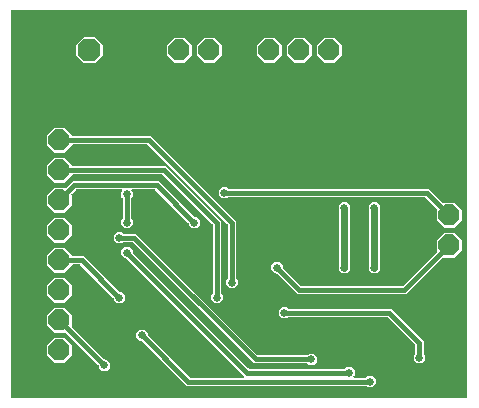
<source format=gbl>
G04 EAGLE Gerber RS-274X export*
G75*
%MOMM*%
%FSLAX34Y34*%
%LPD*%
%INBottom Copper*%
%IPPOS*%
%AMOC8*
5,1,8,0,0,1.08239X$1,22.5*%
G01*
%ADD10P,1.924489X8X22.500000*%
%ADD11P,1.924489X8X112.500000*%
%ADD12P,2.089446X8X202.500000*%
%ADD13C,0.654000*%
%ADD14C,0.406400*%
%ADD15C,0.609600*%

G36*
X389148Y3814D02*
X389148Y3814D01*
X389167Y3812D01*
X389269Y3834D01*
X389371Y3850D01*
X389388Y3860D01*
X389408Y3864D01*
X389497Y3917D01*
X389588Y3966D01*
X389602Y3980D01*
X389619Y3990D01*
X389686Y4069D01*
X389758Y4144D01*
X389766Y4162D01*
X389779Y4177D01*
X389818Y4273D01*
X389861Y4367D01*
X389863Y4387D01*
X389871Y4405D01*
X389889Y4572D01*
X389889Y331978D01*
X389886Y331998D01*
X389888Y332017D01*
X389866Y332119D01*
X389850Y332221D01*
X389840Y332238D01*
X389836Y332258D01*
X389783Y332347D01*
X389734Y332438D01*
X389720Y332452D01*
X389710Y332469D01*
X389631Y332536D01*
X389556Y332608D01*
X389538Y332616D01*
X389523Y332629D01*
X389427Y332668D01*
X389333Y332711D01*
X389313Y332713D01*
X389295Y332721D01*
X389128Y332739D01*
X4572Y332739D01*
X4552Y332736D01*
X4533Y332738D01*
X4431Y332716D01*
X4329Y332700D01*
X4312Y332690D01*
X4292Y332686D01*
X4203Y332633D01*
X4112Y332584D01*
X4098Y332570D01*
X4081Y332560D01*
X4014Y332481D01*
X3942Y332406D01*
X3934Y332388D01*
X3921Y332373D01*
X3882Y332277D01*
X3839Y332183D01*
X3837Y332163D01*
X3829Y332145D01*
X3811Y331978D01*
X3811Y4572D01*
X3814Y4552D01*
X3812Y4533D01*
X3834Y4431D01*
X3850Y4329D01*
X3860Y4312D01*
X3864Y4292D01*
X3917Y4203D01*
X3966Y4112D01*
X3980Y4098D01*
X3990Y4081D01*
X4069Y4014D01*
X4144Y3942D01*
X4162Y3934D01*
X4177Y3921D01*
X4273Y3882D01*
X4367Y3839D01*
X4387Y3837D01*
X4405Y3829D01*
X4572Y3811D01*
X389128Y3811D01*
X389148Y3814D01*
G37*
%LPC*%
G36*
X305354Y12985D02*
X305354Y12985D01*
X304339Y14000D01*
X304265Y14053D01*
X304196Y14113D01*
X304165Y14125D01*
X304139Y14144D01*
X304052Y14171D01*
X303967Y14205D01*
X303926Y14209D01*
X303904Y14216D01*
X303872Y14215D01*
X303801Y14223D01*
X152197Y14223D01*
X114288Y52132D01*
X114214Y52185D01*
X114144Y52245D01*
X114114Y52257D01*
X114088Y52276D01*
X114001Y52303D01*
X113916Y52337D01*
X113875Y52341D01*
X113853Y52348D01*
X113821Y52347D01*
X113749Y52355D01*
X112314Y52355D01*
X109505Y55164D01*
X109505Y59136D01*
X112314Y61945D01*
X116286Y61945D01*
X119095Y59136D01*
X119095Y57701D01*
X119109Y57610D01*
X119117Y57520D01*
X119129Y57490D01*
X119134Y57458D01*
X119177Y57377D01*
X119213Y57293D01*
X119239Y57261D01*
X119250Y57240D01*
X119273Y57218D01*
X119318Y57162D01*
X154920Y21560D01*
X154994Y21507D01*
X155064Y21447D01*
X155094Y21435D01*
X155120Y21416D01*
X155207Y21389D01*
X155292Y21355D01*
X155333Y21351D01*
X155355Y21344D01*
X155387Y21345D01*
X155459Y21337D01*
X200395Y21337D01*
X200466Y21348D01*
X200538Y21350D01*
X200587Y21368D01*
X200638Y21376D01*
X200702Y21410D01*
X200769Y21435D01*
X200810Y21467D01*
X200856Y21492D01*
X200905Y21544D01*
X200961Y21588D01*
X200989Y21632D01*
X201025Y21670D01*
X201055Y21735D01*
X201094Y21795D01*
X201107Y21846D01*
X201129Y21893D01*
X201137Y21964D01*
X201154Y22034D01*
X201150Y22086D01*
X201156Y22137D01*
X201140Y22208D01*
X201135Y22279D01*
X201115Y22327D01*
X201103Y22378D01*
X201067Y22439D01*
X201039Y22505D01*
X200994Y22561D01*
X200977Y22589D01*
X200959Y22604D01*
X200934Y22636D01*
X199420Y24150D01*
X101588Y121982D01*
X101514Y122035D01*
X101444Y122095D01*
X101414Y122107D01*
X101388Y122126D01*
X101301Y122153D01*
X101216Y122187D01*
X101175Y122191D01*
X101153Y122198D01*
X101121Y122197D01*
X101049Y122205D01*
X99614Y122205D01*
X96805Y125014D01*
X96805Y128986D01*
X99614Y131795D01*
X103586Y131795D01*
X106395Y128986D01*
X106395Y127551D01*
X106409Y127460D01*
X106417Y127370D01*
X106429Y127340D01*
X106434Y127308D01*
X106477Y127227D01*
X106513Y127143D01*
X106539Y127111D01*
X106550Y127090D01*
X106573Y127068D01*
X106618Y127012D01*
X204450Y29180D01*
X204524Y29127D01*
X204594Y29067D01*
X204624Y29055D01*
X204650Y29036D01*
X204737Y29009D01*
X204822Y28975D01*
X204863Y28971D01*
X204885Y28964D01*
X204917Y28965D01*
X204989Y28957D01*
X286021Y28957D01*
X286111Y28971D01*
X286202Y28979D01*
X286231Y28991D01*
X286263Y28996D01*
X286344Y29039D01*
X286428Y29075D01*
X286460Y29101D01*
X286481Y29112D01*
X286503Y29135D01*
X286559Y29180D01*
X287574Y30195D01*
X291546Y30195D01*
X294355Y27386D01*
X294355Y23414D01*
X293577Y22636D01*
X293535Y22578D01*
X293486Y22526D01*
X293464Y22479D01*
X293433Y22437D01*
X293412Y22368D01*
X293382Y22303D01*
X293376Y22251D01*
X293361Y22201D01*
X293363Y22130D01*
X293355Y22059D01*
X293366Y22008D01*
X293367Y21956D01*
X293392Y21888D01*
X293407Y21818D01*
X293434Y21773D01*
X293452Y21725D01*
X293497Y21669D01*
X293534Y21607D01*
X293573Y21573D01*
X293606Y21533D01*
X293666Y21494D01*
X293720Y21447D01*
X293769Y21428D01*
X293813Y21400D01*
X293882Y21382D01*
X293949Y21355D01*
X294020Y21347D01*
X294051Y21339D01*
X294074Y21341D01*
X294115Y21337D01*
X303801Y21337D01*
X303891Y21351D01*
X303982Y21359D01*
X304011Y21371D01*
X304043Y21376D01*
X304124Y21419D01*
X304208Y21455D01*
X304240Y21481D01*
X304261Y21492D01*
X304283Y21515D01*
X304339Y21560D01*
X305354Y22575D01*
X309326Y22575D01*
X312135Y19766D01*
X312135Y15794D01*
X309326Y12985D01*
X305354Y12985D01*
G37*
%LPD*%
%LPC*%
G36*
X188514Y96805D02*
X188514Y96805D01*
X185705Y99614D01*
X185705Y103586D01*
X186720Y104601D01*
X186773Y104675D01*
X186833Y104744D01*
X186845Y104775D01*
X186864Y104801D01*
X186891Y104888D01*
X186925Y104973D01*
X186929Y105014D01*
X186936Y105036D01*
X186935Y105068D01*
X186943Y105139D01*
X186943Y150611D01*
X186929Y150702D01*
X186921Y150792D01*
X186909Y150822D01*
X186904Y150854D01*
X186861Y150935D01*
X186825Y151019D01*
X186799Y151051D01*
X186788Y151072D01*
X186765Y151094D01*
X186720Y151150D01*
X119400Y218470D01*
X119326Y218523D01*
X119256Y218583D01*
X119226Y218595D01*
X119200Y218614D01*
X119113Y218641D01*
X119028Y218675D01*
X118987Y218679D01*
X118965Y218686D01*
X118933Y218685D01*
X118861Y218693D01*
X55626Y218693D01*
X55606Y218690D01*
X55587Y218692D01*
X55485Y218670D01*
X55383Y218654D01*
X55366Y218644D01*
X55346Y218640D01*
X55257Y218587D01*
X55166Y218538D01*
X55152Y218524D01*
X55135Y218514D01*
X55068Y218435D01*
X54996Y218360D01*
X54988Y218342D01*
X54975Y218327D01*
X54936Y218231D01*
X54893Y218137D01*
X54891Y218117D01*
X54883Y218099D01*
X54865Y217937D01*
X48764Y211835D01*
X40136Y211835D01*
X34035Y217936D01*
X34035Y226564D01*
X40136Y232665D01*
X48764Y232665D01*
X54866Y226563D01*
X54868Y226548D01*
X54866Y226529D01*
X54888Y226427D01*
X54904Y226325D01*
X54914Y226308D01*
X54918Y226288D01*
X54971Y226199D01*
X55020Y226108D01*
X55034Y226094D01*
X55044Y226077D01*
X55123Y226010D01*
X55198Y225938D01*
X55216Y225930D01*
X55231Y225917D01*
X55327Y225878D01*
X55421Y225835D01*
X55441Y225833D01*
X55459Y225825D01*
X55626Y225807D01*
X122123Y225807D01*
X194057Y153873D01*
X194057Y105139D01*
X194071Y105049D01*
X194079Y104958D01*
X194091Y104929D01*
X194096Y104897D01*
X194139Y104816D01*
X194175Y104732D01*
X194201Y104700D01*
X194212Y104679D01*
X194235Y104657D01*
X194280Y104601D01*
X195295Y103586D01*
X195295Y99614D01*
X192486Y96805D01*
X188514Y96805D01*
G37*
%LPD*%
%LPC*%
G36*
X175814Y84105D02*
X175814Y84105D01*
X173005Y86914D01*
X173005Y90886D01*
X174020Y91901D01*
X174073Y91975D01*
X174133Y92044D01*
X174145Y92075D01*
X174164Y92101D01*
X174191Y92188D01*
X174225Y92273D01*
X174229Y92314D01*
X174236Y92336D01*
X174235Y92368D01*
X174243Y92439D01*
X174243Y150611D01*
X174229Y150702D01*
X174221Y150792D01*
X174209Y150822D01*
X174204Y150854D01*
X174161Y150935D01*
X174125Y151019D01*
X174099Y151051D01*
X174088Y151072D01*
X174065Y151094D01*
X174020Y151150D01*
X132100Y193070D01*
X132026Y193123D01*
X131956Y193183D01*
X131926Y193195D01*
X131900Y193214D01*
X131813Y193241D01*
X131728Y193275D01*
X131687Y193279D01*
X131665Y193286D01*
X131633Y193285D01*
X131561Y193293D01*
X55626Y193293D01*
X55606Y193290D01*
X55587Y193292D01*
X55485Y193270D01*
X55383Y193254D01*
X55366Y193244D01*
X55346Y193240D01*
X55257Y193187D01*
X55166Y193138D01*
X55152Y193124D01*
X55135Y193114D01*
X55068Y193035D01*
X54996Y192960D01*
X54988Y192942D01*
X54975Y192927D01*
X54936Y192831D01*
X54893Y192737D01*
X54891Y192717D01*
X54883Y192699D01*
X54865Y192537D01*
X48764Y186435D01*
X40136Y186435D01*
X34035Y192536D01*
X34035Y201164D01*
X40136Y207265D01*
X48764Y207265D01*
X54866Y201163D01*
X54868Y201148D01*
X54866Y201129D01*
X54888Y201027D01*
X54904Y200925D01*
X54914Y200908D01*
X54918Y200888D01*
X54971Y200799D01*
X55020Y200708D01*
X55034Y200694D01*
X55044Y200677D01*
X55123Y200610D01*
X55198Y200538D01*
X55216Y200530D01*
X55231Y200517D01*
X55327Y200478D01*
X55421Y200435D01*
X55441Y200433D01*
X55459Y200425D01*
X55626Y200407D01*
X134823Y200407D01*
X181357Y153873D01*
X181357Y92439D01*
X181371Y92349D01*
X181379Y92258D01*
X181391Y92229D01*
X181396Y92197D01*
X181439Y92116D01*
X181475Y92032D01*
X181501Y92000D01*
X181512Y91979D01*
X181535Y91957D01*
X181580Y91901D01*
X182595Y90886D01*
X182595Y86914D01*
X179786Y84105D01*
X175814Y84105D01*
G37*
%LPD*%
%LPC*%
G36*
X370336Y148335D02*
X370336Y148335D01*
X364235Y154436D01*
X364235Y163065D01*
X364244Y163077D01*
X364260Y163090D01*
X364316Y163177D01*
X364376Y163261D01*
X364382Y163280D01*
X364393Y163297D01*
X364418Y163397D01*
X364448Y163496D01*
X364448Y163516D01*
X364453Y163535D01*
X364445Y163638D01*
X364442Y163742D01*
X364435Y163760D01*
X364434Y163780D01*
X364393Y163875D01*
X364358Y163973D01*
X364345Y163988D01*
X364337Y164007D01*
X364232Y164138D01*
X354350Y174020D01*
X354276Y174073D01*
X354206Y174133D01*
X354176Y174145D01*
X354150Y174164D01*
X354063Y174191D01*
X353978Y174225D01*
X353937Y174229D01*
X353915Y174236D01*
X353883Y174235D01*
X353811Y174243D01*
X187689Y174243D01*
X187599Y174229D01*
X187508Y174221D01*
X187479Y174209D01*
X187447Y174204D01*
X187366Y174161D01*
X187282Y174125D01*
X187250Y174099D01*
X187229Y174088D01*
X187207Y174065D01*
X187151Y174020D01*
X186136Y173005D01*
X182164Y173005D01*
X179355Y175814D01*
X179355Y179786D01*
X182164Y182595D01*
X186136Y182595D01*
X187151Y181580D01*
X187225Y181527D01*
X187294Y181467D01*
X187325Y181455D01*
X187351Y181436D01*
X187438Y181409D01*
X187523Y181375D01*
X187564Y181371D01*
X187586Y181364D01*
X187618Y181365D01*
X187689Y181357D01*
X357073Y181357D01*
X359380Y179050D01*
X369262Y169168D01*
X369279Y169156D01*
X369291Y169140D01*
X369378Y169084D01*
X369462Y169024D01*
X369481Y169018D01*
X369498Y169007D01*
X369598Y168982D01*
X369697Y168952D01*
X369717Y168952D01*
X369737Y168947D01*
X369840Y168955D01*
X369943Y168958D01*
X369962Y168965D01*
X369982Y168966D01*
X370077Y169007D01*
X370174Y169042D01*
X370190Y169055D01*
X370208Y169063D01*
X370335Y169165D01*
X378964Y169165D01*
X385065Y163064D01*
X385065Y154436D01*
X378964Y148335D01*
X370336Y148335D01*
G37*
%LPD*%
%LPC*%
G36*
X255824Y32035D02*
X255824Y32035D01*
X254809Y33050D01*
X254735Y33103D01*
X254666Y33163D01*
X254635Y33175D01*
X254609Y33194D01*
X254522Y33221D01*
X254437Y33255D01*
X254396Y33259D01*
X254374Y33266D01*
X254342Y33265D01*
X254271Y33273D01*
X209347Y33273D01*
X106700Y135920D01*
X106626Y135973D01*
X106556Y136033D01*
X106526Y136045D01*
X106500Y136064D01*
X106413Y136091D01*
X106328Y136125D01*
X106287Y136129D01*
X106265Y136136D01*
X106233Y136135D01*
X106161Y136143D01*
X98789Y136143D01*
X98699Y136129D01*
X98608Y136121D01*
X98579Y136109D01*
X98547Y136104D01*
X98466Y136061D01*
X98382Y136025D01*
X98350Y135999D01*
X98329Y135988D01*
X98307Y135965D01*
X98251Y135920D01*
X97236Y134905D01*
X93264Y134905D01*
X90455Y137714D01*
X90455Y141686D01*
X93264Y144495D01*
X97236Y144495D01*
X98251Y143480D01*
X98325Y143427D01*
X98394Y143367D01*
X98425Y143355D01*
X98451Y143336D01*
X98538Y143309D01*
X98623Y143275D01*
X98664Y143271D01*
X98686Y143264D01*
X98718Y143265D01*
X98789Y143257D01*
X109423Y143257D01*
X212070Y40610D01*
X212144Y40557D01*
X212214Y40497D01*
X212244Y40485D01*
X212270Y40466D01*
X212357Y40439D01*
X212442Y40405D01*
X212483Y40401D01*
X212505Y40394D01*
X212537Y40395D01*
X212609Y40387D01*
X254271Y40387D01*
X254361Y40401D01*
X254452Y40409D01*
X254481Y40421D01*
X254513Y40426D01*
X254594Y40469D01*
X254678Y40505D01*
X254710Y40531D01*
X254731Y40542D01*
X254753Y40565D01*
X254809Y40610D01*
X255824Y41625D01*
X259796Y41625D01*
X262605Y38816D01*
X262605Y34844D01*
X259796Y32035D01*
X255824Y32035D01*
G37*
%LPD*%
%LPC*%
G36*
X246177Y91693D02*
X246177Y91693D01*
X228588Y109282D01*
X228514Y109335D01*
X228444Y109395D01*
X228414Y109407D01*
X228388Y109426D01*
X228301Y109453D01*
X228216Y109487D01*
X228175Y109491D01*
X228153Y109498D01*
X228121Y109497D01*
X228049Y109505D01*
X226614Y109505D01*
X223805Y112314D01*
X223805Y116286D01*
X226614Y119095D01*
X230586Y119095D01*
X233395Y116286D01*
X233395Y114851D01*
X233409Y114760D01*
X233417Y114670D01*
X233429Y114640D01*
X233434Y114608D01*
X233477Y114527D01*
X233513Y114443D01*
X233539Y114411D01*
X233550Y114390D01*
X233573Y114368D01*
X233618Y114312D01*
X248900Y99030D01*
X248974Y98977D01*
X249044Y98917D01*
X249074Y98905D01*
X249100Y98886D01*
X249187Y98859D01*
X249272Y98825D01*
X249313Y98821D01*
X249335Y98814D01*
X249367Y98815D01*
X249439Y98807D01*
X334761Y98807D01*
X334852Y98821D01*
X334942Y98829D01*
X334972Y98841D01*
X335004Y98846D01*
X335085Y98889D01*
X335169Y98925D01*
X335201Y98951D01*
X335222Y98962D01*
X335244Y98985D01*
X335300Y99030D01*
X364232Y127962D01*
X364244Y127979D01*
X364260Y127991D01*
X364316Y128078D01*
X364376Y128162D01*
X364382Y128181D01*
X364393Y128198D01*
X364418Y128298D01*
X364448Y128397D01*
X364448Y128417D01*
X364453Y128437D01*
X364445Y128540D01*
X364442Y128643D01*
X364435Y128662D01*
X364434Y128682D01*
X364393Y128777D01*
X364358Y128874D01*
X364345Y128890D01*
X364337Y128908D01*
X364235Y129035D01*
X364235Y137664D01*
X370336Y143765D01*
X378964Y143765D01*
X385065Y137664D01*
X385065Y129036D01*
X378964Y122935D01*
X370335Y122935D01*
X370323Y122944D01*
X370310Y122960D01*
X370223Y123016D01*
X370139Y123076D01*
X370120Y123082D01*
X370103Y123093D01*
X370003Y123118D01*
X369904Y123148D01*
X369884Y123148D01*
X369865Y123153D01*
X369762Y123145D01*
X369658Y123142D01*
X369640Y123135D01*
X369620Y123134D01*
X369525Y123093D01*
X369427Y123058D01*
X369412Y123045D01*
X369393Y123037D01*
X369262Y122932D01*
X338023Y91693D01*
X246177Y91693D01*
G37*
%LPD*%
%LPC*%
G36*
X99614Y147605D02*
X99614Y147605D01*
X96805Y150414D01*
X96805Y154386D01*
X97820Y155401D01*
X97873Y155475D01*
X97933Y155544D01*
X97945Y155575D01*
X97964Y155601D01*
X97991Y155688D01*
X98025Y155773D01*
X98029Y155814D01*
X98036Y155836D01*
X98035Y155868D01*
X98043Y155939D01*
X98043Y173023D01*
X98029Y173113D01*
X98021Y173204D01*
X98009Y173233D01*
X98004Y173265D01*
X97961Y173346D01*
X97925Y173430D01*
X97899Y173462D01*
X97888Y173483D01*
X97865Y173505D01*
X97820Y173561D01*
X96805Y174576D01*
X96805Y178548D01*
X97551Y179294D01*
X97593Y179352D01*
X97642Y179404D01*
X97664Y179451D01*
X97695Y179493D01*
X97716Y179562D01*
X97746Y179627D01*
X97752Y179679D01*
X97767Y179729D01*
X97765Y179800D01*
X97773Y179871D01*
X97762Y179922D01*
X97761Y179974D01*
X97736Y180042D01*
X97721Y180112D01*
X97694Y180157D01*
X97676Y180205D01*
X97631Y180261D01*
X97594Y180323D01*
X97555Y180357D01*
X97522Y180397D01*
X97462Y180436D01*
X97408Y180483D01*
X97359Y180502D01*
X97315Y180530D01*
X97246Y180548D01*
X97179Y180575D01*
X97108Y180583D01*
X97077Y180591D01*
X97054Y180589D01*
X97013Y180593D01*
X58939Y180593D01*
X58848Y180579D01*
X58758Y180571D01*
X58728Y180559D01*
X58696Y180554D01*
X58615Y180511D01*
X58531Y180475D01*
X58499Y180449D01*
X58478Y180438D01*
X58456Y180415D01*
X58400Y180370D01*
X54868Y176838D01*
X54856Y176821D01*
X54840Y176809D01*
X54784Y176722D01*
X54724Y176638D01*
X54718Y176619D01*
X54707Y176602D01*
X54682Y176502D01*
X54652Y176403D01*
X54652Y176383D01*
X54647Y176363D01*
X54655Y176260D01*
X54658Y176157D01*
X54665Y176138D01*
X54666Y176118D01*
X54707Y176023D01*
X54742Y175926D01*
X54755Y175910D01*
X54763Y175892D01*
X54865Y175765D01*
X54865Y167136D01*
X48764Y161035D01*
X40136Y161035D01*
X34035Y167136D01*
X34035Y175764D01*
X40136Y181865D01*
X48765Y181865D01*
X48777Y181856D01*
X48790Y181840D01*
X48877Y181784D01*
X48961Y181724D01*
X48980Y181718D01*
X48997Y181707D01*
X49097Y181682D01*
X49196Y181652D01*
X49216Y181652D01*
X49235Y181647D01*
X49338Y181655D01*
X49442Y181658D01*
X49460Y181665D01*
X49480Y181666D01*
X49575Y181707D01*
X49673Y181742D01*
X49688Y181755D01*
X49707Y181763D01*
X49838Y181868D01*
X55677Y187707D01*
X128473Y187707D01*
X158762Y157418D01*
X158836Y157365D01*
X158906Y157305D01*
X158936Y157293D01*
X158962Y157274D01*
X159049Y157247D01*
X159134Y157213D01*
X159175Y157209D01*
X159197Y157202D01*
X159229Y157203D01*
X159301Y157195D01*
X160736Y157195D01*
X163545Y154386D01*
X163545Y150414D01*
X160736Y147605D01*
X156764Y147605D01*
X153955Y150414D01*
X153955Y151849D01*
X153941Y151940D01*
X153933Y152030D01*
X153921Y152060D01*
X153916Y152092D01*
X153873Y152173D01*
X153837Y152257D01*
X153811Y152289D01*
X153800Y152310D01*
X153777Y152332D01*
X153732Y152388D01*
X125750Y180370D01*
X125676Y180423D01*
X125606Y180483D01*
X125576Y180495D01*
X125550Y180514D01*
X125463Y180541D01*
X125378Y180575D01*
X125337Y180579D01*
X125315Y180586D01*
X125283Y180585D01*
X125211Y180593D01*
X106187Y180593D01*
X106117Y180582D01*
X106045Y180580D01*
X105996Y180562D01*
X105945Y180554D01*
X105881Y180520D01*
X105814Y180495D01*
X105773Y180463D01*
X105727Y180438D01*
X105678Y180386D01*
X105622Y180342D01*
X105594Y180298D01*
X105558Y180260D01*
X105528Y180195D01*
X105489Y180135D01*
X105476Y180084D01*
X105454Y180037D01*
X105446Y179966D01*
X105429Y179896D01*
X105433Y179844D01*
X105427Y179793D01*
X105442Y179722D01*
X105448Y179651D01*
X105468Y179603D01*
X105479Y179552D01*
X105516Y179491D01*
X105544Y179425D01*
X105589Y179369D01*
X105606Y179341D01*
X105623Y179326D01*
X105649Y179294D01*
X106395Y178548D01*
X106395Y174576D01*
X105380Y173561D01*
X105327Y173487D01*
X105267Y173418D01*
X105255Y173387D01*
X105236Y173361D01*
X105209Y173274D01*
X105175Y173189D01*
X105171Y173148D01*
X105164Y173126D01*
X105165Y173094D01*
X105157Y173023D01*
X105157Y155939D01*
X105171Y155849D01*
X105179Y155758D01*
X105191Y155729D01*
X105196Y155697D01*
X105239Y155616D01*
X105275Y155532D01*
X105301Y155500D01*
X105312Y155479D01*
X105335Y155457D01*
X105380Y155401D01*
X106395Y154386D01*
X106395Y150414D01*
X103586Y147605D01*
X99614Y147605D01*
G37*
%LPD*%
%LPC*%
G36*
X347264Y33305D02*
X347264Y33305D01*
X344455Y36114D01*
X344455Y40086D01*
X345470Y41101D01*
X345523Y41175D01*
X345583Y41244D01*
X345595Y41275D01*
X345614Y41301D01*
X345641Y41388D01*
X345675Y41473D01*
X345679Y41514D01*
X345686Y41536D01*
X345685Y41568D01*
X345693Y41639D01*
X345693Y49011D01*
X345679Y49102D01*
X345671Y49192D01*
X345659Y49222D01*
X345654Y49254D01*
X345611Y49335D01*
X345575Y49419D01*
X345549Y49451D01*
X345538Y49472D01*
X345515Y49494D01*
X345470Y49550D01*
X322600Y72420D01*
X322526Y72473D01*
X322456Y72533D01*
X322426Y72545D01*
X322400Y72564D01*
X322313Y72591D01*
X322228Y72625D01*
X322187Y72629D01*
X322165Y72636D01*
X322133Y72635D01*
X322061Y72643D01*
X238489Y72643D01*
X238399Y72629D01*
X238308Y72621D01*
X238279Y72609D01*
X238247Y72604D01*
X238166Y72561D01*
X238082Y72525D01*
X238050Y72499D01*
X238029Y72488D01*
X238007Y72465D01*
X237951Y72420D01*
X236936Y71405D01*
X232964Y71405D01*
X230155Y74214D01*
X230155Y78186D01*
X232964Y80995D01*
X236936Y80995D01*
X237951Y79980D01*
X238025Y79927D01*
X238094Y79867D01*
X238125Y79855D01*
X238151Y79836D01*
X238238Y79809D01*
X238323Y79775D01*
X238364Y79771D01*
X238386Y79764D01*
X238418Y79765D01*
X238489Y79757D01*
X325323Y79757D01*
X352807Y52273D01*
X352807Y41639D01*
X352821Y41549D01*
X352829Y41458D01*
X352841Y41429D01*
X352846Y41397D01*
X352889Y41316D01*
X352925Y41232D01*
X352951Y41200D01*
X352962Y41179D01*
X352985Y41157D01*
X353030Y41101D01*
X354045Y40086D01*
X354045Y36114D01*
X351236Y33305D01*
X347264Y33305D01*
G37*
%LPD*%
%LPC*%
G36*
X93264Y84105D02*
X93264Y84105D01*
X90455Y86914D01*
X90455Y88349D01*
X90441Y88440D01*
X90433Y88530D01*
X90421Y88560D01*
X90416Y88592D01*
X90373Y88673D01*
X90337Y88757D01*
X90311Y88789D01*
X90300Y88810D01*
X90277Y88832D01*
X90232Y88888D01*
X62250Y116870D01*
X62176Y116923D01*
X62106Y116983D01*
X62076Y116995D01*
X62050Y117014D01*
X61963Y117041D01*
X61878Y117075D01*
X61837Y117079D01*
X61815Y117086D01*
X61783Y117085D01*
X61711Y117093D01*
X55626Y117093D01*
X55606Y117090D01*
X55587Y117092D01*
X55485Y117070D01*
X55383Y117054D01*
X55366Y117044D01*
X55346Y117040D01*
X55257Y116987D01*
X55166Y116938D01*
X55152Y116924D01*
X55135Y116914D01*
X55068Y116835D01*
X54996Y116760D01*
X54988Y116742D01*
X54975Y116727D01*
X54936Y116631D01*
X54893Y116537D01*
X54891Y116517D01*
X54883Y116499D01*
X54865Y116337D01*
X48764Y110235D01*
X40136Y110235D01*
X34035Y116336D01*
X34035Y124964D01*
X40136Y131065D01*
X48764Y131065D01*
X54866Y124963D01*
X54868Y124948D01*
X54866Y124929D01*
X54888Y124827D01*
X54904Y124725D01*
X54914Y124708D01*
X54918Y124688D01*
X54971Y124599D01*
X55020Y124508D01*
X55034Y124494D01*
X55044Y124477D01*
X55123Y124410D01*
X55198Y124338D01*
X55216Y124330D01*
X55231Y124317D01*
X55327Y124278D01*
X55421Y124235D01*
X55441Y124233D01*
X55459Y124225D01*
X55626Y124207D01*
X64973Y124207D01*
X95262Y93918D01*
X95336Y93865D01*
X95406Y93805D01*
X95436Y93793D01*
X95462Y93774D01*
X95549Y93747D01*
X95634Y93713D01*
X95675Y93709D01*
X95697Y93702D01*
X95729Y93703D01*
X95801Y93695D01*
X97236Y93695D01*
X100045Y90886D01*
X100045Y86914D01*
X97236Y84105D01*
X93264Y84105D01*
G37*
%LPD*%
%LPC*%
G36*
X80564Y26955D02*
X80564Y26955D01*
X77755Y29764D01*
X77755Y31199D01*
X77741Y31290D01*
X77733Y31380D01*
X77721Y31410D01*
X77716Y31442D01*
X77673Y31523D01*
X77637Y31607D01*
X77611Y31639D01*
X77600Y31660D01*
X77577Y31682D01*
X77566Y31695D01*
X77559Y31707D01*
X77552Y31713D01*
X77532Y31738D01*
X49838Y59432D01*
X49821Y59444D01*
X49809Y59460D01*
X49722Y59516D01*
X49638Y59576D01*
X49619Y59582D01*
X49602Y59593D01*
X49502Y59618D01*
X49403Y59648D01*
X49383Y59648D01*
X49363Y59653D01*
X49260Y59645D01*
X49157Y59642D01*
X49138Y59635D01*
X49118Y59634D01*
X49023Y59593D01*
X48926Y59558D01*
X48910Y59545D01*
X48892Y59537D01*
X48765Y59435D01*
X40136Y59435D01*
X34035Y65536D01*
X34035Y74164D01*
X40136Y80265D01*
X48764Y80265D01*
X54865Y74164D01*
X54865Y65535D01*
X54856Y65523D01*
X54840Y65510D01*
X54784Y65423D01*
X54724Y65339D01*
X54718Y65320D01*
X54707Y65303D01*
X54682Y65203D01*
X54652Y65104D01*
X54652Y65084D01*
X54647Y65065D01*
X54655Y64962D01*
X54658Y64858D01*
X54665Y64840D01*
X54666Y64820D01*
X54707Y64725D01*
X54742Y64627D01*
X54755Y64612D01*
X54763Y64593D01*
X54868Y64462D01*
X82562Y36768D01*
X82636Y36715D01*
X82706Y36655D01*
X82736Y36643D01*
X82762Y36624D01*
X82849Y36597D01*
X82934Y36563D01*
X82975Y36559D01*
X82997Y36552D01*
X83029Y36553D01*
X83101Y36545D01*
X84536Y36545D01*
X87345Y33736D01*
X87345Y29764D01*
X84536Y26955D01*
X80564Y26955D01*
G37*
%LPD*%
%LPC*%
G36*
X309164Y109505D02*
X309164Y109505D01*
X306355Y112314D01*
X306355Y116286D01*
X306407Y116359D01*
X306467Y116428D01*
X306479Y116459D01*
X306498Y116485D01*
X306525Y116572D01*
X306559Y116657D01*
X306563Y116698D01*
X306570Y116720D01*
X306569Y116752D01*
X306577Y116823D01*
X306577Y162577D01*
X306563Y162667D01*
X306555Y162758D01*
X306543Y162787D01*
X306538Y162819D01*
X306495Y162900D01*
X306459Y162984D01*
X306433Y163016D01*
X306422Y163037D01*
X306399Y163059D01*
X306355Y163114D01*
X306355Y167086D01*
X309164Y169895D01*
X313136Y169895D01*
X315945Y167086D01*
X315945Y163114D01*
X315893Y163041D01*
X315833Y162972D01*
X315821Y162941D01*
X315802Y162915D01*
X315775Y162828D01*
X315741Y162743D01*
X315737Y162702D01*
X315730Y162680D01*
X315731Y162648D01*
X315723Y162577D01*
X315723Y116823D01*
X315737Y116733D01*
X315745Y116642D01*
X315757Y116613D01*
X315762Y116581D01*
X315805Y116500D01*
X315841Y116416D01*
X315867Y116384D01*
X315878Y116363D01*
X315901Y116341D01*
X315945Y116286D01*
X315945Y112314D01*
X313136Y109505D01*
X309164Y109505D01*
G37*
%LPD*%
%LPC*%
G36*
X283764Y109505D02*
X283764Y109505D01*
X280955Y112314D01*
X280955Y116286D01*
X281007Y116359D01*
X281067Y116428D01*
X281079Y116459D01*
X281098Y116485D01*
X281125Y116572D01*
X281159Y116657D01*
X281163Y116698D01*
X281170Y116720D01*
X281169Y116752D01*
X281177Y116823D01*
X281177Y162577D01*
X281163Y162667D01*
X281155Y162758D01*
X281143Y162787D01*
X281138Y162819D01*
X281095Y162900D01*
X281059Y162984D01*
X281033Y163016D01*
X281022Y163037D01*
X280999Y163059D01*
X280955Y163114D01*
X280955Y167086D01*
X283764Y169895D01*
X287736Y169895D01*
X290545Y167086D01*
X290545Y163114D01*
X290493Y163041D01*
X290433Y162972D01*
X290421Y162941D01*
X290402Y162915D01*
X290375Y162828D01*
X290341Y162743D01*
X290337Y162702D01*
X290330Y162680D01*
X290331Y162648D01*
X290323Y162577D01*
X290323Y116823D01*
X290337Y116733D01*
X290345Y116642D01*
X290357Y116613D01*
X290362Y116581D01*
X290405Y116500D01*
X290441Y116416D01*
X290467Y116384D01*
X290478Y116363D01*
X290501Y116341D01*
X290545Y116286D01*
X290545Y112314D01*
X287736Y109505D01*
X283764Y109505D01*
G37*
%LPD*%
%LPC*%
G36*
X65220Y287273D02*
X65220Y287273D01*
X58673Y293820D01*
X58673Y303080D01*
X65220Y309627D01*
X74480Y309627D01*
X81027Y303080D01*
X81027Y293820D01*
X74480Y287273D01*
X65220Y287273D01*
G37*
%LPD*%
%LPC*%
G36*
X40136Y135635D02*
X40136Y135635D01*
X34035Y141736D01*
X34035Y150364D01*
X40136Y156465D01*
X48764Y156465D01*
X54865Y150364D01*
X54865Y141736D01*
X48764Y135635D01*
X40136Y135635D01*
G37*
%LPD*%
%LPC*%
G36*
X141736Y288035D02*
X141736Y288035D01*
X135635Y294136D01*
X135635Y302764D01*
X141736Y308865D01*
X150364Y308865D01*
X156465Y302764D01*
X156465Y294136D01*
X150364Y288035D01*
X141736Y288035D01*
G37*
%LPD*%
%LPC*%
G36*
X167136Y288035D02*
X167136Y288035D01*
X161035Y294136D01*
X161035Y302764D01*
X167136Y308865D01*
X175764Y308865D01*
X181865Y302764D01*
X181865Y294136D01*
X175764Y288035D01*
X167136Y288035D01*
G37*
%LPD*%
%LPC*%
G36*
X217936Y288035D02*
X217936Y288035D01*
X211835Y294136D01*
X211835Y302764D01*
X217936Y308865D01*
X226564Y308865D01*
X232665Y302764D01*
X232665Y294136D01*
X226564Y288035D01*
X217936Y288035D01*
G37*
%LPD*%
%LPC*%
G36*
X40136Y84835D02*
X40136Y84835D01*
X34035Y90936D01*
X34035Y99564D01*
X40136Y105665D01*
X48764Y105665D01*
X54865Y99564D01*
X54865Y90936D01*
X48764Y84835D01*
X40136Y84835D01*
G37*
%LPD*%
%LPC*%
G36*
X243336Y288035D02*
X243336Y288035D01*
X237235Y294136D01*
X237235Y302764D01*
X243336Y308865D01*
X251964Y308865D01*
X258065Y302764D01*
X258065Y294136D01*
X251964Y288035D01*
X243336Y288035D01*
G37*
%LPD*%
%LPC*%
G36*
X268736Y288035D02*
X268736Y288035D01*
X262635Y294136D01*
X262635Y302764D01*
X268736Y308865D01*
X277364Y308865D01*
X283465Y302764D01*
X283465Y294136D01*
X277364Y288035D01*
X268736Y288035D01*
G37*
%LPD*%
%LPC*%
G36*
X40136Y34035D02*
X40136Y34035D01*
X34035Y40136D01*
X34035Y48764D01*
X40136Y54865D01*
X48764Y54865D01*
X54865Y48764D01*
X54865Y40136D01*
X48764Y34035D01*
X40136Y34035D01*
G37*
%LPD*%
D10*
X196850Y298450D03*
X171450Y298450D03*
X146050Y298450D03*
X222250Y298450D03*
X247650Y298450D03*
X273050Y298450D03*
D11*
X374650Y133350D03*
X374650Y107950D03*
X374650Y158750D03*
X374650Y184150D03*
D12*
X44450Y298450D03*
X69850Y298450D03*
D11*
X44450Y120650D03*
X44450Y95250D03*
X44450Y69850D03*
X44450Y44450D03*
X44450Y146050D03*
X44450Y171450D03*
X44450Y196850D03*
X44450Y222250D03*
X19050Y120650D03*
X19050Y95250D03*
X19050Y69850D03*
X19050Y44450D03*
X19050Y146050D03*
X19050Y171450D03*
X19050Y196850D03*
X19050Y222250D03*
D13*
X101600Y152400D03*
D14*
X101600Y176562D01*
X101600Y177800D01*
D13*
X101600Y176562D03*
X190500Y190500D03*
X184150Y215900D03*
X184150Y203200D03*
X228600Y190500D03*
X203200Y203200D03*
X215900Y203200D03*
X25400Y266700D03*
X25400Y254000D03*
X57150Y260350D03*
X228600Y114300D03*
D14*
X247650Y95250D01*
X336550Y95250D01*
X374650Y133350D01*
X374650Y158750D02*
X355600Y177800D01*
X184150Y177800D01*
D13*
X184150Y177800D03*
D14*
X120650Y222250D02*
X44450Y222250D01*
X120650Y222250D02*
X190500Y152400D01*
X190500Y101600D01*
D13*
X190500Y101600D03*
D14*
X133350Y196850D02*
X44450Y196850D01*
X133350Y196850D02*
X177800Y152400D01*
X177800Y88900D01*
D13*
X177800Y88900D03*
D14*
X127000Y184150D02*
X57150Y184150D01*
X44450Y171450D01*
X127000Y184150D02*
X158750Y152400D01*
D13*
X158750Y152400D03*
X95250Y88900D03*
D14*
X63500Y120650D01*
X44450Y120650D01*
X44450Y69850D02*
X82550Y31750D01*
D13*
X82550Y31750D03*
X285750Y165100D03*
D15*
X285750Y114300D01*
D13*
X285750Y114300D03*
X311150Y165100D03*
D15*
X311150Y114300D01*
D13*
X311150Y114300D03*
X234950Y76200D03*
D14*
X323850Y76200D01*
X349250Y50800D01*
X349250Y38100D01*
D13*
X349250Y38100D03*
X114300Y57150D03*
D14*
X153670Y17780D01*
X307340Y17780D01*
D13*
X307340Y17780D03*
X95250Y139700D03*
D14*
X107950Y139700D01*
X210820Y36830D02*
X257810Y36830D01*
D13*
X257810Y36830D03*
D14*
X210820Y36830D02*
X107950Y139700D01*
D13*
X101600Y127000D03*
D14*
X203200Y25400D01*
X289560Y25400D01*
D13*
X289560Y25400D03*
M02*

</source>
